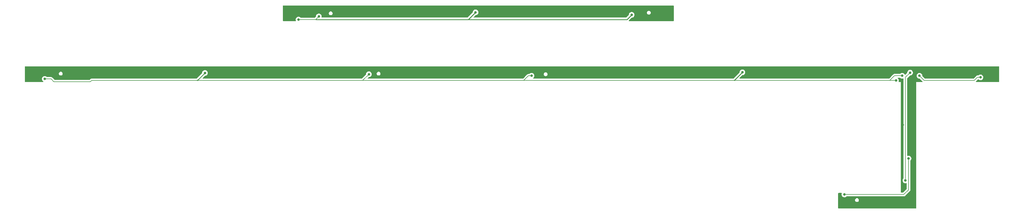
<source format=gbr>
%TF.GenerationSoftware,KiCad,Pcbnew,9.0.2*%
%TF.CreationDate,2025-07-02T00:40:18+02:00*%
%TF.ProjectId,flex_mems,666c6578-5f6d-4656-9d73-2e6b69636164,rev?*%
%TF.SameCoordinates,Original*%
%TF.FileFunction,Copper,L2,Bot*%
%TF.FilePolarity,Positive*%
%FSLAX46Y46*%
G04 Gerber Fmt 4.6, Leading zero omitted, Abs format (unit mm)*
G04 Created by KiCad (PCBNEW 9.0.2) date 2025-07-02 00:40:18*
%MOMM*%
%LPD*%
G01*
G04 APERTURE LIST*
%TA.AperFunction,ViaPad*%
%ADD10C,0.800000*%
%TD*%
%TA.AperFunction,Conductor*%
%ADD11C,0.250000*%
%TD*%
%TA.AperFunction,Conductor*%
%ADD12C,0.200000*%
%TD*%
G04 APERTURE END LIST*
D10*
%TO.N,GNDR*%
X358100000Y-163200000D03*
%TO.N,+3V3L*%
X221600000Y-127200000D03*
%TO.N,GNDL*%
X225300000Y-127200000D03*
%TO.N,+3V3R*%
X135100000Y-146600000D03*
%TO.N,GNDR*%
X138900000Y-146600000D03*
%TO.N,+3V3R*%
X306900000Y-146400000D03*
%TO.N,GNDR*%
X310500000Y-146400000D03*
X238500000Y-146500000D03*
X82890000Y-146500000D03*
X91390000Y-147500000D03*
X379500000Y-148000000D03*
X246500000Y-146500000D03*
X194000000Y-146500000D03*
X184000000Y-146500000D03*
X347500000Y-188000000D03*
X384000000Y-145000000D03*
X338500000Y-189000000D03*
%TO.N,+3V3R*%
X339500000Y-185500000D03*
X356000000Y-149000000D03*
X363500000Y-147500000D03*
X187500000Y-147000000D03*
X83890000Y-148500000D03*
X383000000Y-148000000D03*
X239500000Y-147500000D03*
X360000000Y-174000000D03*
X358000000Y-147500000D03*
%TO.N,/MIC_DOUT_1*%
X359000000Y-181000000D03*
X360500000Y-146500000D03*
%TO.N,+3V3L*%
X165000000Y-129500000D03*
X271500000Y-128000000D03*
X171500000Y-128500000D03*
%TO.N,GNDL*%
X270500000Y-127000000D03*
X178500000Y-128000000D03*
X279500000Y-125500000D03*
X166500000Y-127000000D03*
X169000000Y-128000000D03*
%TD*%
D11*
%TO.N,+3V3L*%
X219300000Y-129500000D02*
X219100000Y-129500000D01*
X221600000Y-127200000D02*
X219300000Y-129500000D01*
X219100000Y-129500000D02*
X170500000Y-129500000D01*
%TO.N,GNDL*%
X226100000Y-127200000D02*
X227800000Y-125500000D01*
X227800000Y-125500000D02*
X269000000Y-125500000D01*
X225300000Y-127200000D02*
X226100000Y-127200000D01*
%TO.N,+3V3R*%
X132700000Y-149000000D02*
X132500000Y-149000000D01*
X135100000Y-146600000D02*
X132700000Y-149000000D01*
D12*
X132500000Y-149000000D02*
X185500000Y-149000000D01*
D11*
%TO.N,GNDR*%
X140500000Y-145000000D02*
X141100000Y-145000000D01*
X138900000Y-146600000D02*
X140500000Y-145000000D01*
X141100000Y-145000000D02*
X182500000Y-145000000D01*
%TO.N,+3V3R*%
X304300000Y-149000000D02*
X304200000Y-149000000D01*
X306900000Y-146400000D02*
X304300000Y-149000000D01*
D12*
X304200000Y-149000000D02*
X311000000Y-149000000D01*
D11*
%TO.N,GNDR*%
X311900000Y-145000000D02*
X247500000Y-145000000D01*
X310500000Y-146400000D02*
X311900000Y-145000000D01*
X93890000Y-145000000D02*
X91390000Y-147500000D01*
X379500000Y-148000000D02*
X376500000Y-145000000D01*
X236000000Y-145000000D02*
X237500000Y-146500000D01*
X349000000Y-189000000D02*
X348500000Y-189000000D01*
X383500000Y-145000000D02*
X384000000Y-145000000D01*
X349000000Y-189000000D02*
X361000000Y-189000000D01*
X348500000Y-189000000D02*
X347500000Y-188000000D01*
X195000000Y-145000000D02*
X194500000Y-145000000D01*
X194500000Y-145000000D02*
X182500000Y-145000000D01*
X195500000Y-145000000D02*
X194000000Y-146500000D01*
X195500000Y-145000000D02*
X195000000Y-145000000D01*
X93890000Y-145000000D02*
X141100000Y-145000000D01*
X237500000Y-146500000D02*
X238000000Y-146500000D01*
X349000000Y-189000000D02*
X347500000Y-189000000D01*
X247500000Y-145000000D02*
X246500000Y-146000000D01*
X364000000Y-145000000D02*
X311900000Y-145000000D01*
X364000000Y-145000000D02*
X376500000Y-145000000D01*
X195500000Y-145000000D02*
X236000000Y-145000000D01*
X246500000Y-145000000D02*
X236000000Y-145000000D01*
X361000000Y-189000000D02*
X362000000Y-188000000D01*
X247500000Y-145000000D02*
X246500000Y-145000000D01*
X238000000Y-146500000D02*
X238500000Y-146500000D01*
D12*
X84390000Y-145000000D02*
X82890000Y-146500000D01*
D11*
X246500000Y-146000000D02*
X246500000Y-146500000D01*
X362000000Y-188000000D02*
X362000000Y-147000000D01*
X376500000Y-145000000D02*
X383500000Y-145000000D01*
D12*
X84390000Y-145000000D02*
X93890000Y-145000000D01*
D11*
X347500000Y-189000000D02*
X338500000Y-189000000D01*
X362000000Y-147000000D02*
X364000000Y-145000000D01*
D12*
X184000000Y-146500000D02*
X182500000Y-145000000D01*
%TO.N,+3V3R*%
X238500000Y-147500000D02*
X239500000Y-147500000D01*
X365000000Y-149000000D02*
X381000000Y-149000000D01*
X363500000Y-147500000D02*
X365000000Y-149000000D01*
X185500000Y-149000000D02*
X187500000Y-147000000D01*
X237000000Y-149000000D02*
X257500000Y-149000000D01*
X382000000Y-148000000D02*
X383000000Y-148000000D01*
X358500000Y-185500000D02*
X339500000Y-185500000D01*
X86780000Y-149390000D02*
X98500000Y-149390000D01*
X355500000Y-147500000D02*
X358000000Y-147500000D01*
X85890000Y-148500000D02*
X86780000Y-149390000D01*
X360000000Y-174000000D02*
X360000000Y-184000000D01*
X346000000Y-149000000D02*
X354000000Y-149000000D01*
X83890000Y-148500000D02*
X85890000Y-148500000D01*
X354000000Y-149000000D02*
X355500000Y-147500000D01*
X185500000Y-149000000D02*
X237000000Y-149000000D01*
X360000000Y-184000000D02*
X358500000Y-185500000D01*
X381000000Y-149000000D02*
X382000000Y-148000000D01*
X354000000Y-149000000D02*
X356000000Y-149000000D01*
X311000000Y-149000000D02*
X346000000Y-149000000D01*
X257500000Y-149000000D02*
X304200000Y-149000000D01*
X98500000Y-149390000D02*
X98890000Y-149000000D01*
X98890000Y-149000000D02*
X132500000Y-149000000D01*
X237000000Y-149000000D02*
X238500000Y-147500000D01*
%TO.N,/MIC_DOUT_1*%
X359000000Y-148000000D02*
X359000000Y-181000000D01*
X360500000Y-146500000D02*
X359000000Y-148000000D01*
D11*
%TO.N,+3V3L*%
X269000000Y-129500000D02*
X219100000Y-129500000D01*
D12*
X171500000Y-128500000D02*
X170500000Y-129500000D01*
D11*
X270000000Y-129500000D02*
X271500000Y-128000000D01*
X269000000Y-129500000D02*
X270000000Y-129500000D01*
D12*
X165000000Y-129500000D02*
X170500000Y-129500000D01*
D11*
%TO.N,GNDL*%
X269000000Y-125500000D02*
X270500000Y-127000000D01*
X178500000Y-125500000D02*
X171000000Y-125500000D01*
X167000000Y-126500000D02*
X166500000Y-127000000D01*
D12*
X167500000Y-126500000D02*
X167000000Y-126500000D01*
D11*
X168000000Y-125500000D02*
X167000000Y-126500000D01*
X181000000Y-125500000D02*
X227800000Y-125500000D01*
X171000000Y-125500000D02*
X168000000Y-125500000D01*
X181000000Y-125500000D02*
X178500000Y-128000000D01*
D12*
X169000000Y-128000000D02*
X167500000Y-126500000D01*
D11*
X269000000Y-125500000D02*
X279500000Y-125500000D01*
X178500000Y-125500000D02*
X181000000Y-125500000D01*
%TD*%
%TA.AperFunction,Conductor*%
%TO.N,GNDR*%
G36*
X388932539Y-144530185D02*
G01*
X388978294Y-144582989D01*
X388989500Y-144634500D01*
X388989500Y-149365500D01*
X388969815Y-149432539D01*
X388917011Y-149478294D01*
X388865500Y-149489500D01*
X381659096Y-149489500D01*
X381592057Y-149469815D01*
X381546302Y-149417011D01*
X381536358Y-149347853D01*
X381565383Y-149284297D01*
X381571415Y-149277819D01*
X381649773Y-149199461D01*
X382200188Y-148649046D01*
X382261510Y-148615563D01*
X382331202Y-148620547D01*
X382375550Y-148649049D01*
X382425961Y-148699461D01*
X382425965Y-148699464D01*
X382573446Y-148798009D01*
X382573459Y-148798016D01*
X382696363Y-148848923D01*
X382737334Y-148865894D01*
X382737336Y-148865894D01*
X382737341Y-148865896D01*
X382911304Y-148900499D01*
X382911307Y-148900500D01*
X382911309Y-148900500D01*
X383088693Y-148900500D01*
X383088694Y-148900499D01*
X383146682Y-148888964D01*
X383262658Y-148865896D01*
X383262661Y-148865894D01*
X383262666Y-148865894D01*
X383426547Y-148798013D01*
X383574035Y-148699464D01*
X383699464Y-148574035D01*
X383798013Y-148426547D01*
X383865894Y-148262666D01*
X383866852Y-148257853D01*
X383900499Y-148088695D01*
X383900500Y-148088693D01*
X383900500Y-147911306D01*
X383900499Y-147911304D01*
X383865896Y-147737341D01*
X383865893Y-147737332D01*
X383798016Y-147573459D01*
X383798009Y-147573446D01*
X383699464Y-147425965D01*
X383699461Y-147425961D01*
X383574038Y-147300538D01*
X383574034Y-147300535D01*
X383426553Y-147201990D01*
X383426540Y-147201983D01*
X383262667Y-147134106D01*
X383262658Y-147134103D01*
X383088694Y-147099500D01*
X383088691Y-147099500D01*
X382911309Y-147099500D01*
X382911306Y-147099500D01*
X382737341Y-147134103D01*
X382737332Y-147134106D01*
X382573459Y-147201983D01*
X382573446Y-147201990D01*
X382425966Y-147300534D01*
X382394643Y-147331857D01*
X382363318Y-147363182D01*
X382336387Y-147377888D01*
X382310574Y-147394477D01*
X382304374Y-147395368D01*
X382301998Y-147396666D01*
X382275639Y-147399500D01*
X382086670Y-147399500D01*
X382086654Y-147399499D01*
X382079058Y-147399499D01*
X381920943Y-147399499D01*
X381853768Y-147417499D01*
X381768214Y-147440423D01*
X381768209Y-147440426D01*
X381631290Y-147519475D01*
X381631282Y-147519481D01*
X380787584Y-148363181D01*
X380726261Y-148396666D01*
X380699903Y-148399500D01*
X365300097Y-148399500D01*
X365233058Y-148379815D01*
X365212416Y-148363181D01*
X364436819Y-147587584D01*
X364403334Y-147526261D01*
X364400500Y-147499903D01*
X364400500Y-147411306D01*
X364400499Y-147411304D01*
X364365896Y-147237341D01*
X364365893Y-147237332D01*
X364298016Y-147073459D01*
X364298009Y-147073446D01*
X364199464Y-146925965D01*
X364199461Y-146925961D01*
X364074038Y-146800538D01*
X364074034Y-146800535D01*
X363926553Y-146701990D01*
X363926540Y-146701983D01*
X363762667Y-146634106D01*
X363762658Y-146634103D01*
X363588694Y-146599500D01*
X363588691Y-146599500D01*
X363411309Y-146599500D01*
X363411306Y-146599500D01*
X363237341Y-146634103D01*
X363237332Y-146634106D01*
X363073459Y-146701983D01*
X363073446Y-146701990D01*
X362925965Y-146800535D01*
X362925961Y-146800538D01*
X362800538Y-146925961D01*
X362800535Y-146925965D01*
X362701990Y-147073446D01*
X362701983Y-147073459D01*
X362634106Y-147237332D01*
X362634103Y-147237341D01*
X362599500Y-147411304D01*
X362599500Y-147588695D01*
X362634103Y-147762658D01*
X362634106Y-147762667D01*
X362701983Y-147926540D01*
X362701990Y-147926553D01*
X362800535Y-148074034D01*
X362800538Y-148074038D01*
X362925961Y-148199461D01*
X362925965Y-148199464D01*
X363073446Y-148298009D01*
X363073459Y-148298016D01*
X363143461Y-148327011D01*
X363237334Y-148365894D01*
X363237336Y-148365894D01*
X363237341Y-148365896D01*
X363411304Y-148400499D01*
X363411307Y-148400500D01*
X363411309Y-148400500D01*
X363499903Y-148400500D01*
X363566942Y-148420185D01*
X363587584Y-148436819D01*
X364428584Y-149277819D01*
X364462069Y-149339142D01*
X364457085Y-149408834D01*
X364415213Y-149464767D01*
X364349749Y-149489184D01*
X364340903Y-149489500D01*
X362495650Y-149489500D01*
X362489500Y-149495650D01*
X362489500Y-189865500D01*
X362469815Y-189932539D01*
X362417011Y-189978294D01*
X362365500Y-189989500D01*
X337634500Y-189989500D01*
X337567461Y-189969815D01*
X337521706Y-189917011D01*
X337510500Y-189865500D01*
X337510500Y-187214866D01*
X342889500Y-187214866D01*
X342889500Y-187335133D01*
X342912959Y-187453068D01*
X342912961Y-187453076D01*
X342958980Y-187564177D01*
X342958985Y-187564186D01*
X343025793Y-187664170D01*
X343025796Y-187664174D01*
X343110825Y-187749203D01*
X343110829Y-187749206D01*
X343210813Y-187816014D01*
X343210819Y-187816017D01*
X343210820Y-187816018D01*
X343321924Y-187862039D01*
X343439866Y-187885499D01*
X343439870Y-187885500D01*
X343439871Y-187885500D01*
X343560130Y-187885500D01*
X343560131Y-187885499D01*
X343678076Y-187862039D01*
X343789180Y-187816018D01*
X343889171Y-187749206D01*
X343974206Y-187664171D01*
X344041018Y-187564180D01*
X344087039Y-187453076D01*
X344110500Y-187335129D01*
X344110500Y-187214871D01*
X344087039Y-187096924D01*
X344041018Y-186985820D01*
X344041017Y-186985819D01*
X344041014Y-186985813D01*
X343974206Y-186885829D01*
X343974203Y-186885825D01*
X343889174Y-186800796D01*
X343889170Y-186800793D01*
X343789186Y-186733985D01*
X343789177Y-186733980D01*
X343678076Y-186687961D01*
X343678068Y-186687959D01*
X343560133Y-186664500D01*
X343560129Y-186664500D01*
X343439871Y-186664500D01*
X343439866Y-186664500D01*
X343321931Y-186687959D01*
X343321923Y-186687961D01*
X343210822Y-186733980D01*
X343210813Y-186733985D01*
X343110829Y-186800793D01*
X343110825Y-186800796D01*
X343025796Y-186885825D01*
X343025793Y-186885829D01*
X342958985Y-186985813D01*
X342958980Y-186985822D01*
X342912961Y-187096923D01*
X342912959Y-187096931D01*
X342889500Y-187214866D01*
X337510500Y-187214866D01*
X337510500Y-185134500D01*
X337530185Y-185067461D01*
X337582989Y-185021706D01*
X337634500Y-185010500D01*
X338542485Y-185010500D01*
X338609524Y-185030185D01*
X338655279Y-185082989D01*
X338665223Y-185152147D01*
X338657046Y-185181952D01*
X338634106Y-185237332D01*
X338634103Y-185237341D01*
X338599500Y-185411304D01*
X338599500Y-185588695D01*
X338634103Y-185762658D01*
X338634106Y-185762667D01*
X338701983Y-185926540D01*
X338701990Y-185926553D01*
X338800535Y-186074034D01*
X338800538Y-186074038D01*
X338925961Y-186199461D01*
X338925965Y-186199464D01*
X339073446Y-186298009D01*
X339073459Y-186298016D01*
X339196363Y-186348923D01*
X339237334Y-186365894D01*
X339237336Y-186365894D01*
X339237341Y-186365896D01*
X339411304Y-186400499D01*
X339411307Y-186400500D01*
X339411309Y-186400500D01*
X339588693Y-186400500D01*
X339588694Y-186400499D01*
X339646682Y-186388964D01*
X339762658Y-186365896D01*
X339762661Y-186365894D01*
X339762666Y-186365894D01*
X339926547Y-186298013D01*
X340074035Y-186199464D01*
X340136681Y-186136817D01*
X340198002Y-186103334D01*
X340224361Y-186100500D01*
X358413331Y-186100500D01*
X358413347Y-186100501D01*
X358420943Y-186100501D01*
X358579054Y-186100501D01*
X358579057Y-186100501D01*
X358731785Y-186059577D01*
X358781904Y-186030639D01*
X358868716Y-185980520D01*
X358980520Y-185868716D01*
X358980520Y-185868714D01*
X358990728Y-185858507D01*
X358990730Y-185858504D01*
X360358506Y-184490728D01*
X360358511Y-184490724D01*
X360368714Y-184480520D01*
X360368716Y-184480520D01*
X360480520Y-184368716D01*
X360559577Y-184231784D01*
X360600500Y-184079057D01*
X360600500Y-174724361D01*
X360620185Y-174657322D01*
X360636814Y-174636684D01*
X360699464Y-174574035D01*
X360798013Y-174426547D01*
X360865894Y-174262666D01*
X360900500Y-174088691D01*
X360900500Y-173911309D01*
X360900500Y-173911306D01*
X360900499Y-173911304D01*
X360865896Y-173737341D01*
X360865893Y-173737332D01*
X360798016Y-173573459D01*
X360798009Y-173573446D01*
X360699464Y-173425965D01*
X360699461Y-173425961D01*
X360574038Y-173300538D01*
X360574034Y-173300535D01*
X360426553Y-173201990D01*
X360426540Y-173201983D01*
X360262667Y-173134106D01*
X360262658Y-173134103D01*
X360088694Y-173099500D01*
X360088691Y-173099500D01*
X359911309Y-173099500D01*
X359911304Y-173099500D01*
X359748691Y-173131846D01*
X359679100Y-173125619D01*
X359623922Y-173082756D01*
X359600678Y-173016866D01*
X359600500Y-173010229D01*
X359600500Y-148300097D01*
X359620185Y-148233058D01*
X359636819Y-148212416D01*
X360412416Y-147436819D01*
X360473739Y-147403334D01*
X360500097Y-147400500D01*
X360588693Y-147400500D01*
X360588694Y-147400499D01*
X360646682Y-147388964D01*
X360762658Y-147365896D01*
X360762661Y-147365894D01*
X360762666Y-147365894D01*
X360926547Y-147298013D01*
X361074035Y-147199464D01*
X361199464Y-147074035D01*
X361298013Y-146926547D01*
X361365894Y-146762666D01*
X361370932Y-146737341D01*
X361400499Y-146588695D01*
X361400500Y-146588693D01*
X361400500Y-146411306D01*
X361400499Y-146411304D01*
X361365896Y-146237341D01*
X361365893Y-146237332D01*
X361298016Y-146073459D01*
X361298009Y-146073446D01*
X361199464Y-145925965D01*
X361199461Y-145925961D01*
X361074038Y-145800538D01*
X361074034Y-145800535D01*
X360926553Y-145701990D01*
X360926540Y-145701983D01*
X360762667Y-145634106D01*
X360762658Y-145634103D01*
X360588694Y-145599500D01*
X360588691Y-145599500D01*
X360411309Y-145599500D01*
X360411306Y-145599500D01*
X360237341Y-145634103D01*
X360237332Y-145634106D01*
X360073459Y-145701983D01*
X360073446Y-145701990D01*
X359925965Y-145800535D01*
X359925961Y-145800538D01*
X359800538Y-145925961D01*
X359800535Y-145925965D01*
X359701990Y-146073446D01*
X359701983Y-146073459D01*
X359634106Y-146237332D01*
X359634103Y-146237341D01*
X359599500Y-146411304D01*
X359599500Y-146499902D01*
X359579815Y-146566941D01*
X359563181Y-146587583D01*
X359011041Y-147139722D01*
X358949718Y-147173207D01*
X358880026Y-147168223D01*
X358824093Y-147126351D01*
X358808798Y-147099491D01*
X358804326Y-147088695D01*
X358798013Y-147073453D01*
X358798011Y-147073450D01*
X358798009Y-147073446D01*
X358699464Y-146925965D01*
X358699461Y-146925961D01*
X358574038Y-146800538D01*
X358574034Y-146800535D01*
X358426553Y-146701990D01*
X358426540Y-146701983D01*
X358262667Y-146634106D01*
X358262658Y-146634103D01*
X358088694Y-146599500D01*
X358088691Y-146599500D01*
X357911309Y-146599500D01*
X357911306Y-146599500D01*
X357737341Y-146634103D01*
X357737332Y-146634106D01*
X357573459Y-146701983D01*
X357573446Y-146701990D01*
X357425966Y-146800534D01*
X357404578Y-146821923D01*
X357363318Y-146863182D01*
X357301998Y-146896666D01*
X357275639Y-146899500D01*
X355420940Y-146899500D01*
X355380019Y-146910464D01*
X355380019Y-146910465D01*
X355342751Y-146920451D01*
X355268214Y-146940423D01*
X355268209Y-146940426D01*
X355131290Y-147019475D01*
X355131282Y-147019481D01*
X355063180Y-147087584D01*
X355019480Y-147131284D01*
X355019478Y-147131286D01*
X354388098Y-147762667D01*
X353787584Y-148363181D01*
X353726261Y-148396666D01*
X353699903Y-148399500D01*
X306084452Y-148399500D01*
X306017413Y-148379815D01*
X305971658Y-148327011D01*
X305961714Y-148257853D01*
X305990739Y-148194297D01*
X305996771Y-148187819D01*
X306847771Y-147336819D01*
X306909094Y-147303334D01*
X306935452Y-147300500D01*
X306988693Y-147300500D01*
X306988694Y-147300499D01*
X307046682Y-147288964D01*
X307162658Y-147265896D01*
X307162661Y-147265894D01*
X307162666Y-147265894D01*
X307316953Y-147201987D01*
X307326540Y-147198016D01*
X307326540Y-147198015D01*
X307326547Y-147198013D01*
X307474035Y-147099464D01*
X307599464Y-146974035D01*
X307698013Y-146826547D01*
X307765894Y-146662666D01*
X307767971Y-146652228D01*
X307796001Y-146511309D01*
X307800500Y-146488691D01*
X307800500Y-146311309D01*
X307800500Y-146311306D01*
X307800499Y-146311304D01*
X307765896Y-146137341D01*
X307765893Y-146137332D01*
X307698016Y-145973459D01*
X307698009Y-145973446D01*
X307599464Y-145825965D01*
X307599461Y-145825961D01*
X307474038Y-145700538D01*
X307474034Y-145700535D01*
X307326553Y-145601990D01*
X307326540Y-145601983D01*
X307162667Y-145534106D01*
X307162658Y-145534103D01*
X306988694Y-145499500D01*
X306988691Y-145499500D01*
X306811309Y-145499500D01*
X306811306Y-145499500D01*
X306637341Y-145534103D01*
X306637332Y-145534106D01*
X306473459Y-145601983D01*
X306473446Y-145601990D01*
X306325965Y-145700535D01*
X306325961Y-145700538D01*
X306200538Y-145825961D01*
X306200535Y-145825965D01*
X306101990Y-145973446D01*
X306101983Y-145973459D01*
X306034106Y-146137332D01*
X306034103Y-146137341D01*
X305999500Y-146311304D01*
X305999500Y-146364547D01*
X305979815Y-146431586D01*
X305963181Y-146452228D01*
X304052228Y-148363181D01*
X303990905Y-148396666D01*
X303964547Y-148399500D01*
X240173362Y-148399500D01*
X240106323Y-148379815D01*
X240060568Y-148327011D01*
X240050624Y-148257853D01*
X240079649Y-148194297D01*
X240085681Y-148187819D01*
X240199461Y-148074038D01*
X240199464Y-148074035D01*
X240298013Y-147926547D01*
X240365894Y-147762666D01*
X240370932Y-147737341D01*
X240400499Y-147588695D01*
X240400500Y-147588693D01*
X240400500Y-147411306D01*
X240400499Y-147411304D01*
X240365896Y-147237341D01*
X240365893Y-147237332D01*
X240298016Y-147073459D01*
X240298012Y-147073452D01*
X240293662Y-147066942D01*
X240208752Y-146939866D01*
X243389500Y-146939866D01*
X243389500Y-147060133D01*
X243412959Y-147178068D01*
X243412961Y-147178076D01*
X243458980Y-147289177D01*
X243458985Y-147289186D01*
X243525793Y-147389170D01*
X243525796Y-147389174D01*
X243610825Y-147474203D01*
X243610829Y-147474206D01*
X243710813Y-147541014D01*
X243710819Y-147541017D01*
X243710820Y-147541018D01*
X243821924Y-147587039D01*
X243939866Y-147610499D01*
X243939870Y-147610500D01*
X243939871Y-147610500D01*
X244060130Y-147610500D01*
X244060131Y-147610499D01*
X244178076Y-147587039D01*
X244289180Y-147541018D01*
X244389171Y-147474206D01*
X244474206Y-147389171D01*
X244541018Y-147289180D01*
X244587039Y-147178076D01*
X244610500Y-147060129D01*
X244610500Y-146939871D01*
X244587039Y-146821924D01*
X244541018Y-146710820D01*
X244541017Y-146710819D01*
X244541014Y-146710813D01*
X244474206Y-146610829D01*
X244474203Y-146610825D01*
X244389174Y-146525796D01*
X244389170Y-146525793D01*
X244289186Y-146458985D01*
X244289177Y-146458980D01*
X244178076Y-146412961D01*
X244178068Y-146412959D01*
X244060133Y-146389500D01*
X244060129Y-146389500D01*
X243939871Y-146389500D01*
X243939866Y-146389500D01*
X243821931Y-146412959D01*
X243821923Y-146412961D01*
X243710822Y-146458980D01*
X243710813Y-146458985D01*
X243610829Y-146525793D01*
X243610825Y-146525796D01*
X243525796Y-146610825D01*
X243525793Y-146610829D01*
X243458985Y-146710813D01*
X243458980Y-146710822D01*
X243412961Y-146821923D01*
X243412959Y-146821931D01*
X243389500Y-146939866D01*
X240208752Y-146939866D01*
X240199464Y-146925965D01*
X240199461Y-146925961D01*
X240074038Y-146800538D01*
X240074034Y-146800535D01*
X239926553Y-146701990D01*
X239926540Y-146701983D01*
X239762667Y-146634106D01*
X239762658Y-146634103D01*
X239588694Y-146599500D01*
X239588691Y-146599500D01*
X239411309Y-146599500D01*
X239411306Y-146599500D01*
X239237341Y-146634103D01*
X239237332Y-146634106D01*
X239073459Y-146701983D01*
X239073446Y-146701990D01*
X238925966Y-146800534D01*
X238904578Y-146821923D01*
X238863318Y-146863182D01*
X238801998Y-146896666D01*
X238775639Y-146899500D01*
X238420940Y-146899500D01*
X238380019Y-146910464D01*
X238380019Y-146910465D01*
X238342751Y-146920451D01*
X238268214Y-146940423D01*
X238268209Y-146940426D01*
X238131290Y-147019475D01*
X238131282Y-147019481D01*
X238063180Y-147087584D01*
X238019480Y-147131284D01*
X238019478Y-147131286D01*
X237388098Y-147762667D01*
X236787584Y-148363181D01*
X236726261Y-148396666D01*
X236699903Y-148399500D01*
X187249097Y-148399500D01*
X187182058Y-148379815D01*
X187136303Y-148327011D01*
X187126359Y-148257853D01*
X187155384Y-148194297D01*
X187161416Y-148187819D01*
X187412416Y-147936819D01*
X187473739Y-147903334D01*
X187500097Y-147900500D01*
X187588693Y-147900500D01*
X187588694Y-147900499D01*
X187646682Y-147888964D01*
X187762658Y-147865896D01*
X187762661Y-147865894D01*
X187762666Y-147865894D01*
X187926547Y-147798013D01*
X188074035Y-147699464D01*
X188199464Y-147574035D01*
X188298013Y-147426547D01*
X188365894Y-147262666D01*
X188370932Y-147237341D01*
X188400499Y-147088695D01*
X188400500Y-147088693D01*
X188400500Y-146911306D01*
X188400499Y-146911304D01*
X188371392Y-146764970D01*
X188367790Y-146746866D01*
X189989500Y-146746866D01*
X189989500Y-146867133D01*
X190012959Y-146985068D01*
X190012961Y-146985076D01*
X190058980Y-147096177D01*
X190058985Y-147096186D01*
X190125793Y-147196170D01*
X190125796Y-147196174D01*
X190210825Y-147281203D01*
X190210829Y-147281206D01*
X190310813Y-147348014D01*
X190310819Y-147348017D01*
X190310820Y-147348018D01*
X190421924Y-147394039D01*
X190508732Y-147411306D01*
X190539866Y-147417499D01*
X190539870Y-147417500D01*
X190539871Y-147417500D01*
X190660130Y-147417500D01*
X190660131Y-147417499D01*
X190778076Y-147394039D01*
X190889180Y-147348018D01*
X190989171Y-147281206D01*
X191074206Y-147196171D01*
X191141018Y-147096180D01*
X191187039Y-146985076D01*
X191210500Y-146867129D01*
X191210500Y-146746871D01*
X191187039Y-146628924D01*
X191141018Y-146517820D01*
X191141017Y-146517819D01*
X191141014Y-146517813D01*
X191074206Y-146417829D01*
X191074203Y-146417825D01*
X190989174Y-146332796D01*
X190989170Y-146332793D01*
X190889186Y-146265985D01*
X190889177Y-146265980D01*
X190778076Y-146219961D01*
X190778068Y-146219959D01*
X190660133Y-146196500D01*
X190660129Y-146196500D01*
X190539871Y-146196500D01*
X190539866Y-146196500D01*
X190421931Y-146219959D01*
X190421923Y-146219961D01*
X190310822Y-146265980D01*
X190310813Y-146265985D01*
X190210829Y-146332793D01*
X190210825Y-146332796D01*
X190125796Y-146417825D01*
X190125793Y-146417829D01*
X190058985Y-146517813D01*
X190058980Y-146517822D01*
X190012961Y-146628923D01*
X190012959Y-146628931D01*
X189989500Y-146746866D01*
X188367790Y-146746866D01*
X188365895Y-146737340D01*
X188365894Y-146737334D01*
X188334963Y-146662658D01*
X188298016Y-146573459D01*
X188298009Y-146573446D01*
X188199464Y-146425965D01*
X188199461Y-146425961D01*
X188074038Y-146300538D01*
X188074034Y-146300535D01*
X187926553Y-146201990D01*
X187926540Y-146201983D01*
X187762667Y-146134106D01*
X187762658Y-146134103D01*
X187588694Y-146099500D01*
X187588691Y-146099500D01*
X187411309Y-146099500D01*
X187411306Y-146099500D01*
X187237341Y-146134103D01*
X187237332Y-146134106D01*
X187073459Y-146201983D01*
X187073446Y-146201990D01*
X186925965Y-146300535D01*
X186925961Y-146300538D01*
X186800538Y-146425961D01*
X186800535Y-146425965D01*
X186701990Y-146573446D01*
X186701983Y-146573459D01*
X186634106Y-146737332D01*
X186634103Y-146737341D01*
X186599500Y-146911304D01*
X186599500Y-146999903D01*
X186579815Y-147066942D01*
X186563181Y-147087584D01*
X185287584Y-148363181D01*
X185226261Y-148396666D01*
X185199903Y-148399500D01*
X134484452Y-148399500D01*
X134417413Y-148379815D01*
X134371658Y-148327011D01*
X134361714Y-148257853D01*
X134390739Y-148194297D01*
X134396771Y-148187819D01*
X134638049Y-147946542D01*
X135047772Y-147536819D01*
X135109095Y-147503334D01*
X135135453Y-147500500D01*
X135188693Y-147500500D01*
X135188694Y-147500499D01*
X135246682Y-147488964D01*
X135362658Y-147465896D01*
X135362661Y-147465894D01*
X135362666Y-147465894D01*
X135522957Y-147399500D01*
X135526540Y-147398016D01*
X135526540Y-147398015D01*
X135526547Y-147398013D01*
X135674035Y-147299464D01*
X135799464Y-147174035D01*
X135898013Y-147026547D01*
X135965894Y-146862666D01*
X135973078Y-146826553D01*
X135996100Y-146710813D01*
X136000500Y-146688691D01*
X136000500Y-146511309D01*
X136000500Y-146511306D01*
X136000499Y-146511304D01*
X135965896Y-146337341D01*
X135965893Y-146337332D01*
X135898016Y-146173459D01*
X135898009Y-146173446D01*
X135799464Y-146025965D01*
X135799461Y-146025961D01*
X135674038Y-145900538D01*
X135674034Y-145900535D01*
X135526553Y-145801990D01*
X135526540Y-145801983D01*
X135362667Y-145734106D01*
X135362658Y-145734103D01*
X135188694Y-145699500D01*
X135188691Y-145699500D01*
X135011309Y-145699500D01*
X135011306Y-145699500D01*
X134837341Y-145734103D01*
X134837332Y-145734106D01*
X134673459Y-145801983D01*
X134673446Y-145801990D01*
X134525965Y-145900535D01*
X134525961Y-145900538D01*
X134400538Y-146025961D01*
X134400535Y-146025965D01*
X134301990Y-146173446D01*
X134301983Y-146173459D01*
X134234106Y-146337332D01*
X134234103Y-146337341D01*
X134199500Y-146511304D01*
X134199500Y-146564547D01*
X134179815Y-146631586D01*
X134163181Y-146652228D01*
X132468133Y-148347276D01*
X132451537Y-148356338D01*
X132437928Y-148369470D01*
X132408430Y-148379876D01*
X132406810Y-148380761D01*
X132404644Y-148381212D01*
X132324687Y-148397117D01*
X132300495Y-148399500D01*
X98810942Y-148399500D01*
X98658214Y-148440423D01*
X98647619Y-148446541D01*
X98647617Y-148446542D01*
X98521287Y-148519477D01*
X98521282Y-148519481D01*
X98287583Y-148753181D01*
X98226260Y-148786666D01*
X98199902Y-148789500D01*
X87080097Y-148789500D01*
X87013058Y-148769815D01*
X86992416Y-148753181D01*
X86377590Y-148138355D01*
X86377588Y-148138352D01*
X86258717Y-148019481D01*
X86258712Y-148019477D01*
X86132383Y-147946542D01*
X86132381Y-147946541D01*
X86121785Y-147940423D01*
X86108335Y-147936819D01*
X85969057Y-147899499D01*
X85810943Y-147899499D01*
X85803347Y-147899499D01*
X85803331Y-147899500D01*
X84614361Y-147899500D01*
X84547322Y-147879815D01*
X84526684Y-147863185D01*
X84464035Y-147800536D01*
X84464034Y-147800535D01*
X84464033Y-147800534D01*
X84316553Y-147701990D01*
X84316540Y-147701983D01*
X84152667Y-147634106D01*
X84152658Y-147634103D01*
X83978694Y-147599500D01*
X83978691Y-147599500D01*
X83801309Y-147599500D01*
X83801306Y-147599500D01*
X83627341Y-147634103D01*
X83627332Y-147634106D01*
X83463459Y-147701983D01*
X83463446Y-147701990D01*
X83315965Y-147800535D01*
X83315961Y-147800538D01*
X83190538Y-147925961D01*
X83190535Y-147925965D01*
X83091990Y-148073446D01*
X83091983Y-148073459D01*
X83024106Y-148237332D01*
X83024103Y-148237341D01*
X82989500Y-148411304D01*
X82989500Y-148588695D01*
X83024103Y-148762658D01*
X83024106Y-148762667D01*
X83091983Y-148926540D01*
X83091990Y-148926553D01*
X83190535Y-149074034D01*
X83190538Y-149074038D01*
X83315961Y-149199461D01*
X83315965Y-149199464D01*
X83410151Y-149262398D01*
X83454956Y-149316010D01*
X83463663Y-149385335D01*
X83433508Y-149448363D01*
X83374065Y-149485082D01*
X83341260Y-149489500D01*
X77634500Y-149489500D01*
X77567461Y-149469815D01*
X77521706Y-149417011D01*
X77510500Y-149365500D01*
X77510500Y-146746866D01*
X88379500Y-146746866D01*
X88379500Y-146867133D01*
X88402959Y-146985068D01*
X88402961Y-146985076D01*
X88448980Y-147096177D01*
X88448985Y-147096186D01*
X88515793Y-147196170D01*
X88515796Y-147196174D01*
X88600825Y-147281203D01*
X88600829Y-147281206D01*
X88700813Y-147348014D01*
X88700819Y-147348017D01*
X88700820Y-147348018D01*
X88811924Y-147394039D01*
X88898732Y-147411306D01*
X88929866Y-147417499D01*
X88929870Y-147417500D01*
X88929871Y-147417500D01*
X89050130Y-147417500D01*
X89050131Y-147417499D01*
X89168076Y-147394039D01*
X89279180Y-147348018D01*
X89379171Y-147281206D01*
X89464206Y-147196171D01*
X89531018Y-147096180D01*
X89577039Y-146985076D01*
X89600500Y-146867129D01*
X89600500Y-146746871D01*
X89577039Y-146628924D01*
X89531018Y-146517820D01*
X89531017Y-146517819D01*
X89531014Y-146517813D01*
X89464206Y-146417829D01*
X89464203Y-146417825D01*
X89379174Y-146332796D01*
X89379170Y-146332793D01*
X89279186Y-146265985D01*
X89279177Y-146265980D01*
X89168076Y-146219961D01*
X89168068Y-146219959D01*
X89050133Y-146196500D01*
X89050129Y-146196500D01*
X88929871Y-146196500D01*
X88929866Y-146196500D01*
X88811931Y-146219959D01*
X88811923Y-146219961D01*
X88700822Y-146265980D01*
X88700813Y-146265985D01*
X88600829Y-146332793D01*
X88600825Y-146332796D01*
X88515796Y-146417825D01*
X88515793Y-146417829D01*
X88448985Y-146517813D01*
X88448980Y-146517822D01*
X88402961Y-146628923D01*
X88402959Y-146628931D01*
X88379500Y-146746866D01*
X77510500Y-146746866D01*
X77510500Y-144634500D01*
X77530185Y-144567461D01*
X77582989Y-144521706D01*
X77634500Y-144510500D01*
X81995651Y-144510500D01*
X213995651Y-144510500D01*
X222495651Y-144510500D01*
X372495651Y-144510500D01*
X388865500Y-144510500D01*
X388932539Y-144530185D01*
G37*
%TD.AperFunction*%
%TA.AperFunction,Conductor*%
G36*
X357342678Y-148120185D02*
G01*
X357363315Y-148136814D01*
X357407667Y-148181166D01*
X357425966Y-148199465D01*
X357573446Y-148298009D01*
X357573459Y-148298016D01*
X357643461Y-148327011D01*
X357737334Y-148365894D01*
X357737336Y-148365894D01*
X357737341Y-148365896D01*
X357911304Y-148400499D01*
X357911307Y-148400500D01*
X357911309Y-148400500D01*
X358088693Y-148400500D01*
X358192681Y-148379815D01*
X358251308Y-148368153D01*
X358320900Y-148374380D01*
X358376077Y-148417243D01*
X358399322Y-148483132D01*
X358399500Y-148489770D01*
X358399500Y-180275638D01*
X358379815Y-180342677D01*
X358363181Y-180363319D01*
X358300538Y-180425961D01*
X358300535Y-180425965D01*
X358201990Y-180573446D01*
X358201983Y-180573459D01*
X358134106Y-180737332D01*
X358134103Y-180737341D01*
X358099500Y-180911304D01*
X358099500Y-181088695D01*
X358134103Y-181262658D01*
X358134106Y-181262667D01*
X358201983Y-181426540D01*
X358201990Y-181426553D01*
X358300535Y-181574034D01*
X358300538Y-181574038D01*
X358425961Y-181699461D01*
X358425965Y-181699464D01*
X358573446Y-181798009D01*
X358573459Y-181798016D01*
X358696363Y-181848923D01*
X358737334Y-181865894D01*
X358737336Y-181865894D01*
X358737341Y-181865896D01*
X358911304Y-181900499D01*
X358911307Y-181900500D01*
X358911309Y-181900500D01*
X359088693Y-181900500D01*
X359220004Y-181874380D01*
X359251308Y-181868153D01*
X359320900Y-181874380D01*
X359376077Y-181917243D01*
X359399322Y-181983132D01*
X359399500Y-181989770D01*
X359399500Y-183699903D01*
X359379815Y-183766942D01*
X359363181Y-183787584D01*
X358287584Y-184863181D01*
X358226261Y-184896666D01*
X358199903Y-184899500D01*
X357634500Y-184899500D01*
X357567461Y-184879815D01*
X357521706Y-184827011D01*
X357510500Y-184775500D01*
X357510500Y-149495651D01*
X357504349Y-149489500D01*
X356957515Y-149489500D01*
X356890476Y-149469815D01*
X356844721Y-149417011D01*
X356834777Y-149347853D01*
X356842954Y-149318048D01*
X356859617Y-149277819D01*
X356865894Y-149262666D01*
X356865948Y-149262398D01*
X356895134Y-149115668D01*
X356900500Y-149088691D01*
X356900500Y-148911309D01*
X356900500Y-148911306D01*
X356900499Y-148911304D01*
X356865896Y-148737341D01*
X356865893Y-148737332D01*
X356798016Y-148573459D01*
X356798009Y-148573446D01*
X356699464Y-148425965D01*
X356699461Y-148425961D01*
X356585681Y-148312181D01*
X356552196Y-148250858D01*
X356557180Y-148181166D01*
X356599052Y-148125233D01*
X356664516Y-148100816D01*
X356673362Y-148100500D01*
X357275639Y-148100500D01*
X357342678Y-148120185D01*
G37*
%TD.AperFunction*%
%TD*%
%TA.AperFunction,Conductor*%
%TO.N,GNDL*%
G36*
X284932539Y-125030185D02*
G01*
X284978294Y-125082989D01*
X284989500Y-125134500D01*
X284989500Y-129865500D01*
X284969815Y-129932539D01*
X284917011Y-129978294D01*
X284865500Y-129989500D01*
X270694451Y-129989500D01*
X270627412Y-129969815D01*
X270581657Y-129917011D01*
X270571713Y-129847853D01*
X270600738Y-129784297D01*
X270606770Y-129777819D01*
X270795895Y-129588695D01*
X271447772Y-128936819D01*
X271509095Y-128903334D01*
X271535453Y-128900500D01*
X271588693Y-128900500D01*
X271588694Y-128900499D01*
X271646682Y-128888964D01*
X271762658Y-128865896D01*
X271762661Y-128865894D01*
X271762666Y-128865894D01*
X271926547Y-128798013D01*
X272074035Y-128699464D01*
X272199464Y-128574035D01*
X272298013Y-128426547D01*
X272365894Y-128262666D01*
X272370932Y-128237341D01*
X272400499Y-128088695D01*
X272400500Y-128088693D01*
X272400500Y-127911306D01*
X272400499Y-127911304D01*
X272365896Y-127737341D01*
X272365893Y-127737332D01*
X272298016Y-127573459D01*
X272298009Y-127573446D01*
X272199464Y-127425965D01*
X272199461Y-127425961D01*
X272074038Y-127300538D01*
X272074034Y-127300535D01*
X271998204Y-127249866D01*
X276389500Y-127249866D01*
X276389500Y-127370133D01*
X276412959Y-127488068D01*
X276412961Y-127488076D01*
X276458980Y-127599177D01*
X276458985Y-127599186D01*
X276525793Y-127699170D01*
X276525796Y-127699174D01*
X276610825Y-127784203D01*
X276610829Y-127784206D01*
X276710813Y-127851014D01*
X276710819Y-127851017D01*
X276710820Y-127851018D01*
X276821924Y-127897039D01*
X276939866Y-127920499D01*
X276939870Y-127920500D01*
X276939871Y-127920500D01*
X277060130Y-127920500D01*
X277060131Y-127920499D01*
X277178076Y-127897039D01*
X277289180Y-127851018D01*
X277389171Y-127784206D01*
X277474206Y-127699171D01*
X277541018Y-127599180D01*
X277587039Y-127488076D01*
X277610500Y-127370129D01*
X277610500Y-127249871D01*
X277587039Y-127131924D01*
X277541018Y-127020820D01*
X277541017Y-127020819D01*
X277541014Y-127020813D01*
X277474206Y-126920829D01*
X277474203Y-126920825D01*
X277389174Y-126835796D01*
X277389170Y-126835793D01*
X277289186Y-126768985D01*
X277289177Y-126768980D01*
X277178076Y-126722961D01*
X277178068Y-126722959D01*
X277060133Y-126699500D01*
X277060129Y-126699500D01*
X276939871Y-126699500D01*
X276939866Y-126699500D01*
X276821931Y-126722959D01*
X276821923Y-126722961D01*
X276710822Y-126768980D01*
X276710813Y-126768985D01*
X276610829Y-126835793D01*
X276610825Y-126835796D01*
X276525796Y-126920825D01*
X276525793Y-126920829D01*
X276458985Y-127020813D01*
X276458980Y-127020822D01*
X276412961Y-127131923D01*
X276412959Y-127131931D01*
X276389500Y-127249866D01*
X271998204Y-127249866D01*
X271926553Y-127201990D01*
X271926540Y-127201983D01*
X271762667Y-127134106D01*
X271762658Y-127134103D01*
X271588694Y-127099500D01*
X271588691Y-127099500D01*
X271411309Y-127099500D01*
X271411306Y-127099500D01*
X271237341Y-127134103D01*
X271237332Y-127134106D01*
X271073459Y-127201983D01*
X271073446Y-127201990D01*
X270925965Y-127300535D01*
X270925961Y-127300538D01*
X270800538Y-127425961D01*
X270800535Y-127425965D01*
X270701990Y-127573446D01*
X270701983Y-127573459D01*
X270634106Y-127737332D01*
X270634103Y-127737341D01*
X270599500Y-127911304D01*
X270599500Y-127964547D01*
X270579815Y-128031586D01*
X270563181Y-128052228D01*
X269777229Y-128838181D01*
X269715906Y-128871666D01*
X269689548Y-128874500D01*
X221109452Y-128874500D01*
X221042413Y-128854815D01*
X220996658Y-128802011D01*
X220986714Y-128732853D01*
X221015739Y-128669297D01*
X221021771Y-128662819D01*
X221547771Y-128136819D01*
X221609094Y-128103334D01*
X221635452Y-128100500D01*
X221688693Y-128100500D01*
X221688694Y-128100499D01*
X221756369Y-128087038D01*
X221862658Y-128065896D01*
X221862661Y-128065894D01*
X221862666Y-128065894D01*
X222026547Y-127998013D01*
X222174035Y-127899464D01*
X222299464Y-127774035D01*
X222398013Y-127626547D01*
X222465894Y-127462666D01*
X222470429Y-127439871D01*
X222493888Y-127321931D01*
X222500500Y-127288691D01*
X222500500Y-127111309D01*
X222500500Y-127111306D01*
X222500499Y-127111304D01*
X222465896Y-126937341D01*
X222465893Y-126937332D01*
X222398016Y-126773459D01*
X222398009Y-126773446D01*
X222299464Y-126625965D01*
X222299461Y-126625961D01*
X222174038Y-126500538D01*
X222174034Y-126500535D01*
X222026553Y-126401990D01*
X222026540Y-126401983D01*
X221862667Y-126334106D01*
X221862658Y-126334103D01*
X221688694Y-126299500D01*
X221688691Y-126299500D01*
X221511309Y-126299500D01*
X221511306Y-126299500D01*
X221337341Y-126334103D01*
X221337332Y-126334106D01*
X221173459Y-126401983D01*
X221173446Y-126401990D01*
X221025965Y-126500535D01*
X221025961Y-126500538D01*
X220900538Y-126625961D01*
X220900535Y-126625965D01*
X220801990Y-126773446D01*
X220801983Y-126773459D01*
X220734106Y-126937332D01*
X220734103Y-126937341D01*
X220699500Y-127111304D01*
X220699500Y-127164548D01*
X220679815Y-127231587D01*
X220663181Y-127252229D01*
X219077229Y-128838181D01*
X219015906Y-128871666D01*
X218989548Y-128874500D01*
X172494743Y-128874500D01*
X172427704Y-128854815D01*
X172381949Y-128802011D01*
X172372005Y-128732853D01*
X172373126Y-128726308D01*
X172400500Y-128588693D01*
X172400500Y-128411306D01*
X172400499Y-128411304D01*
X172365896Y-128237341D01*
X172365893Y-128237332D01*
X172298016Y-128073459D01*
X172298009Y-128073446D01*
X172199464Y-127925965D01*
X172199461Y-127925961D01*
X172074038Y-127800538D01*
X172074034Y-127800535D01*
X171926553Y-127701990D01*
X171926540Y-127701983D01*
X171762667Y-127634106D01*
X171762658Y-127634103D01*
X171588694Y-127599500D01*
X171588691Y-127599500D01*
X171411309Y-127599500D01*
X171411306Y-127599500D01*
X171237341Y-127634103D01*
X171237332Y-127634106D01*
X171073459Y-127701983D01*
X171073446Y-127701990D01*
X170925965Y-127800535D01*
X170925961Y-127800538D01*
X170800538Y-127925961D01*
X170800535Y-127925965D01*
X170701990Y-128073446D01*
X170701983Y-128073459D01*
X170634106Y-128237332D01*
X170634103Y-128237341D01*
X170599500Y-128411304D01*
X170599500Y-128499902D01*
X170579815Y-128566941D01*
X170563181Y-128587583D01*
X170287584Y-128863181D01*
X170226261Y-128896666D01*
X170199903Y-128899500D01*
X165724361Y-128899500D01*
X165657322Y-128879815D01*
X165636684Y-128863185D01*
X165574035Y-128800536D01*
X165574034Y-128800535D01*
X165574033Y-128800534D01*
X165426553Y-128701990D01*
X165426540Y-128701983D01*
X165262667Y-128634106D01*
X165262658Y-128634103D01*
X165088694Y-128599500D01*
X165088691Y-128599500D01*
X164911309Y-128599500D01*
X164911306Y-128599500D01*
X164737341Y-128634103D01*
X164737332Y-128634106D01*
X164573459Y-128701983D01*
X164573446Y-128701990D01*
X164425965Y-128800535D01*
X164425961Y-128800538D01*
X164300538Y-128925961D01*
X164300535Y-128925965D01*
X164201990Y-129073446D01*
X164201983Y-129073459D01*
X164134106Y-129237332D01*
X164134103Y-129237341D01*
X164099500Y-129411304D01*
X164099500Y-129588695D01*
X164134103Y-129762658D01*
X164134106Y-129762667D01*
X164157046Y-129818048D01*
X164164515Y-129887517D01*
X164133240Y-129949996D01*
X164073151Y-129985648D01*
X164042485Y-129989500D01*
X160134500Y-129989500D01*
X160067461Y-129969815D01*
X160021706Y-129917011D01*
X160010500Y-129865500D01*
X160010500Y-127439866D01*
X174689500Y-127439866D01*
X174689500Y-127560133D01*
X174712959Y-127678068D01*
X174712961Y-127678076D01*
X174758980Y-127789177D01*
X174758985Y-127789186D01*
X174825793Y-127889170D01*
X174825796Y-127889174D01*
X174910825Y-127974203D01*
X174910829Y-127974206D01*
X175010813Y-128041014D01*
X175010819Y-128041017D01*
X175010820Y-128041018D01*
X175121924Y-128087039D01*
X175239866Y-128110499D01*
X175239870Y-128110500D01*
X175239871Y-128110500D01*
X175360130Y-128110500D01*
X175360131Y-128110499D01*
X175478076Y-128087039D01*
X175589180Y-128041018D01*
X175689171Y-127974206D01*
X175774206Y-127889171D01*
X175841018Y-127789180D01*
X175887039Y-127678076D01*
X175910500Y-127560129D01*
X175910500Y-127439871D01*
X175887039Y-127321924D01*
X175841018Y-127210820D01*
X175841017Y-127210819D01*
X175841014Y-127210813D01*
X175774206Y-127110829D01*
X175774203Y-127110825D01*
X175689174Y-127025796D01*
X175689170Y-127025793D01*
X175589186Y-126958985D01*
X175589177Y-126958980D01*
X175478076Y-126912961D01*
X175478068Y-126912959D01*
X175360133Y-126889500D01*
X175360129Y-126889500D01*
X175239871Y-126889500D01*
X175239866Y-126889500D01*
X175121931Y-126912959D01*
X175121923Y-126912961D01*
X175010822Y-126958980D01*
X175010813Y-126958985D01*
X174910829Y-127025793D01*
X174910825Y-127025796D01*
X174825796Y-127110825D01*
X174825793Y-127110829D01*
X174758985Y-127210813D01*
X174758980Y-127210822D01*
X174712961Y-127321923D01*
X174712959Y-127321931D01*
X174689500Y-127439866D01*
X160010500Y-127439866D01*
X160010500Y-125134500D01*
X160030185Y-125067461D01*
X160082989Y-125021706D01*
X160134500Y-125010500D01*
X186995651Y-125010500D01*
X187245651Y-125010500D01*
X187504349Y-125010500D01*
X284865500Y-125010500D01*
X284932539Y-125030185D01*
G37*
%TD.AperFunction*%
%TD*%
M02*

</source>
